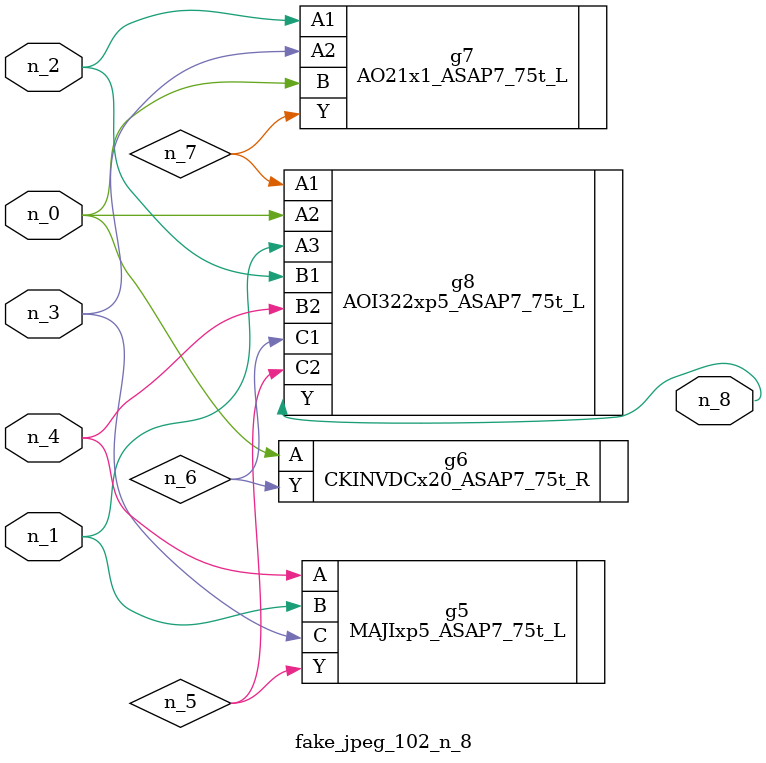
<source format=v>
module fake_jpeg_102_n_8 (n_3, n_2, n_1, n_0, n_4, n_8);

input n_3;
input n_2;
input n_1;
input n_0;
input n_4;

output n_8;

wire n_6;
wire n_5;
wire n_7;

MAJIxp5_ASAP7_75t_L g5 ( 
.A(n_4),
.B(n_1),
.C(n_3),
.Y(n_5)
);

CKINVDCx20_ASAP7_75t_R g6 ( 
.A(n_0),
.Y(n_6)
);

AO21x1_ASAP7_75t_L g7 ( 
.A1(n_2),
.A2(n_3),
.B(n_0),
.Y(n_7)
);

AOI322xp5_ASAP7_75t_L g8 ( 
.A1(n_7),
.A2(n_0),
.A3(n_1),
.B1(n_2),
.B2(n_4),
.C1(n_6),
.C2(n_5),
.Y(n_8)
);


endmodule
</source>
